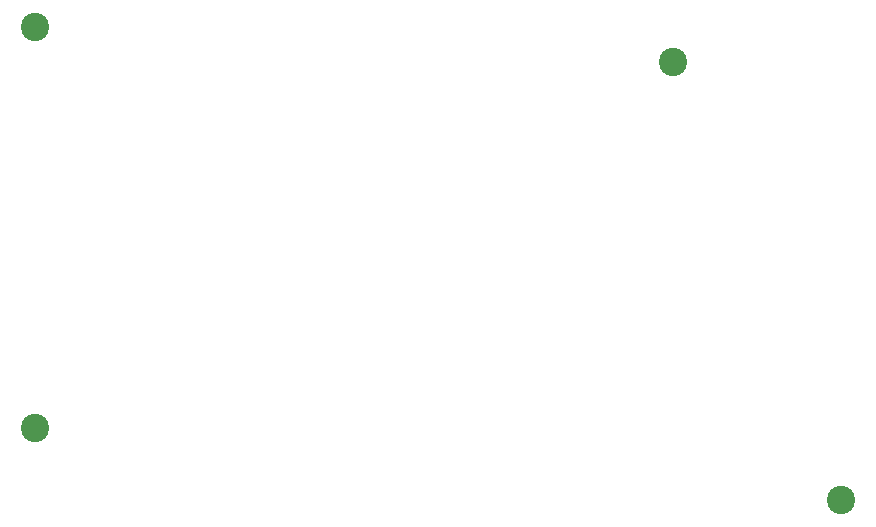
<source format=gbs>
G04 #@! TF.GenerationSoftware,KiCad,Pcbnew,7.0.2-0*
G04 #@! TF.CreationDate,2023-07-28T20:15:56+02:00*
G04 #@! TF.ProjectId,switch-plates,73776974-6368-42d7-906c-617465732e6b,0.6.1*
G04 #@! TF.SameCoordinates,Original*
G04 #@! TF.FileFunction,Soldermask,Bot*
G04 #@! TF.FilePolarity,Negative*
%FSLAX46Y46*%
G04 Gerber Fmt 4.6, Leading zero omitted, Abs format (unit mm)*
G04 Created by KiCad (PCBNEW 7.0.2-0) date 2023-07-28 20:15:56*
%MOMM*%
%LPD*%
G01*
G04 APERTURE LIST*
%ADD10C,2.400000*%
G04 APERTURE END LIST*
D10*
X80250000Y-83750000D03*
X148510701Y-123849903D03*
X134228545Y-86750000D03*
X80250000Y-117750000D03*
M02*

</source>
